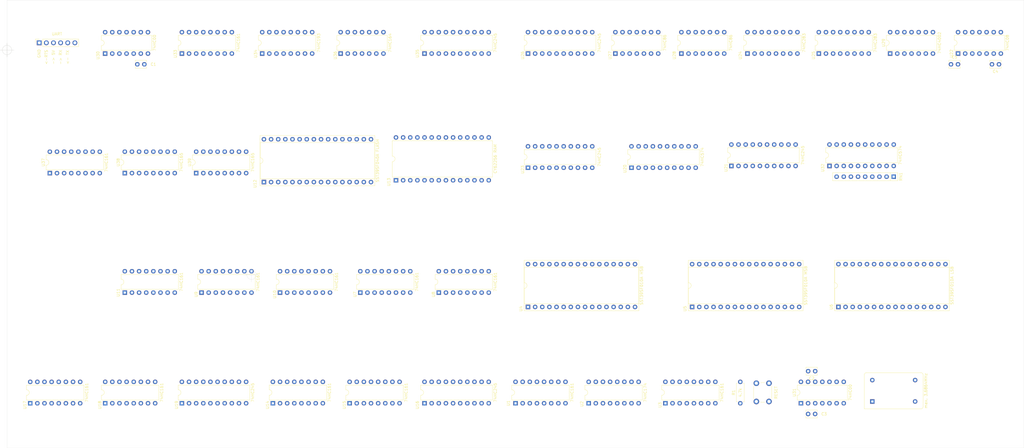
<source format=kicad_pcb>
(kicad_pcb (version 20211014) (generator pcbnew)
  (layers (0 "F.Cu" signal) (31 "B.Cu" signal) (34 "B.Paste" user) (35 "F.Paste" user) (36 "B.SilkS" user "B.Silkscreen") (37 "F.SilkS" user "F.Silkscreen") (38 "B.Mask" user) (39 "F.Mask" user) (44 "Edge.Cuts" user))
  (net 0 "")
  (net 1 "+5V")
  (net 2 "GND")
  (net 3 "/Control Logic/~{TC}")
  (net 4 "/UART Transmitter/TX")
  (net 5 "/UART Receiver/RTS")
  (net 6 "/Memory/M15")
  (net 7 "/ALU/BUS7")
  (net 8 "/ALU/BUS6")
  (net 9 "/ALU/BUS5")
  (net 10 "/ALU/BUS4")
  (net 11 "/ALU/BUS3")
  (net 12 "/ALU/BUS2")
  (net 13 "/ALU/BUS1")
  (net 14 "/ALU/BUS0")
  (net 15 "/ALU/S7")
  (net 16 "/Control Logic/~{AO}")
  (net 17 "/ALU/FLAG_C")
  (net 20 "/Control Logic/~{RO}")
  (net 21 "/Control Logic/TI")
  (net 24 "/Control Logic/AI")
  (net 27 "/Control Logic/BI")
  (net 28 "/ALU/FLAG_Z")
  (net 29 "/ALU/~{EO}")
  (net 30 "/ALU/ES")
  (net 31 "/Memory/M12")
  (net 32 "/Memory/M13")
  (net 33 "/Memory/M14")
  (net 34 "/Memory/M11")
  (net 35 "/Memory/M10")
  (net 36 "/Memory/M9")
  (net 37 "/Memory/M8")
  (net 38 "/Memory/M4")
  (net 39 "/Memory/M5")
  (net 40 "/Memory/M6")
  (net 41 "/Memory/M7")
  (net 42 "/Memory/M3")
  (net 43 "/Memory/M2")
  (net 44 "/Memory/M1")
  (net 45 "/Memory/M0")
  (net 47 "/Control Logic/~{BO}")
  (net 48 "/Control Logic/~{KI}")
  (net 51 "/Control Logic/RI")
  (net 52 "/Control Logic/CE")
  (net 53 "Net-(U7-Pad15)")
  (net 54 "~{RESET}")
  (net 55 "Net-(U8-Pad15)")
  (net 56 "CLOCK")
  (net 57 "/Control Logic/Flag2")
  (net 58 "/Control Logic/Flag1")
  (net 59 "/Control Logic/Flag0")
  (net 60 "/Control Logic/~{TO}")
  (net 61 "/Control Logic/Step0")
  (net 62 "/Control Logic/Inst4")
  (net 63 "/Control Logic/Step1")
  (net 64 "/Control Logic/Inst5")
  (net 65 "/Control Logic/Step2")
  (net 66 "/Control Logic/Step3")
  (net 67 "/Control Logic/Inst0")
  (net 68 "/Control Logic/Inst1")
  (net 69 "/Control Logic/Inst2")
  (net 70 "/Control Logic/Inst3")
  (net 71 "/UART Receiver/RX")
  (net 72 "/Control Logic/~{IC}")
  (net 73 "Net-(U10-Pad10)")
  (net 74 "/Control Logic/BUSY")
  (net 75 "/Memory/BANK0")
  (net 76 "/Memory/BANK1")
  (net 78 "Net-(U12-Pad31)")
  (net 80 "Net-(U14-Pad11)")
  (net 81 "/Memory/BANK2")
  (net 82 "Net-(U14-Pad12)")
  (net 83 "Net-(U14-Pad13)")
  (net 84 "Net-(U14-Pad14)")
  (net 85 "Net-(U14-Pad15)")
  (net 86 "/Memory/BANK3")
  (net 87 "Net-(U15-Pad15)")
  (net 88 "Net-(U15-Pad11)")
  (net 89 "Net-(U15-Pad12)")
  (net 90 "Net-(U15-Pad13)")
  (net 91 "Net-(U15-Pad14)")
  (net 92 "Net-(U17-Pad15)")
  (net 93 "Net-(U17-Pad11)")
  (net 94 "Net-(U17-Pad12)")
  (net 95 "/Control Logic/~{FI}")
  (net 96 "Net-(U17-Pad13)")
  (net 97 "Net-(U17-Pad14)")
  (net 98 "Net-(U25-Pad11)")
  (net 99 "Net-(U18-Pad11)")
  (net 101 "Net-(U18-Pad12)")
  (net 102 "Net-(U18-Pad13)")
  (net 103 "Net-(U18-Pad14)")
  (net 104 "/ALU/EC")
  (net 105 "/ALU/B4")
  (net 106 "/ALU/B5")
  (net 107 "/ALU/B6")
  (net 108 "/ALU/B7")
  (net 109 "/ALU/A7")
  (net 110 "/ALU/A6")
  (net 111 "/ALU/A5")
  (net 112 "/ALU/A4")
  (net 113 "/Control Logic/Flag3")
  (net 114 "/ALU/A3")
  (net 115 "/ALU/A2")
  (net 116 "/ALU/A1")
  (net 117 "/ALU/A0")
  (net 118 "/ALU/B0")
  (net 119 "/ALU/B1")
  (net 120 "/ALU/B2")
  (net 121 "Net-(U22-Pad6)")
  (net 122 "Net-(U24-Pad2)")
  (net 123 "Net-(U30-Pad2)")
  (net 124 "Net-(U24-Pad6)")
  (net 125 "Net-(U22-Pad9)")
  (net 126 "Net-(U24-Pad11)")
  (net 127 "~{CLOCK}")
  (net 128 "Net-(U30-Pad12)")
  (net 129 "Net-(U24-Pad15)")
  (net 130 "/ALU/S1")
  (net 131 "Net-(U25-Pad2)")
  (net 132 "/ALU/S0")
  (net 133 "/Control Logic/~{CIH}")
  (net 134 "Net-(U25-Pad6)")
  (net 135 "/Control Logic/~{COH}")
  (net 136 "Net-(U25-Pad15)")
  (net 137 "Net-(U20-Pad11)")
  (net 138 "/ALU/S3")
  (net 139 "/ALU/S2")
  (net 140 "/ALU/S5")
  (net 141 "Net-(U31-Pad11)")
  (net 143 "/Control Logic/~{CIL}")
  (net 144 "/Control Logic/~{COL}")
  (net 145 "/Control Logic/ME")
  (net 146 "/ALU/S4")
  (net 147 "Net-(U2-Pad9)")
  (net 148 "Net-(U24-Pad9)")
  (net 152 "/Control Logic/~{MIH}")
  (net 153 "/Control Logic/~{MIL}")
  (net 159 "Net-(U38-Pad10)")
  (net 160 "Net-(U35-Pad11)")
  (net 161 "Net-(U35-Pad12)")
  (net 162 "Net-(U35-Pad13)")
  (net 163 "Net-(U35-Pad14)")
  (net 164 "Net-(U35-Pad15)")
  (net 165 "Net-(U35-Pad16)")
  (net 166 "Net-(U35-Pad17)")
  (net 167 "Net-(U35-Pad18)")
  (net 168 "Net-(U37-Pad11)")
  (net 174 "Net-(U30-Pad10)")
  (net 175 "/Control Logic/II")
  (net 176 "Net-(U13-Pad20)")
  (net 177 "/ALU/B3")
  (net 178 "/ALU/S6")
  (net 179 "Net-(U33-Pad11)")
  (net 180 "Net-(U22-Pad10)")
  (footprint "Package_DIP:DIP-16_W7.62mm" (layer "F.Cu") (at 7.635 177.79 90)
    (fp_text reference "U18")
    (fp_text value "74HC161")
  )
  (footprint "Package_DIP:DIP-16_W7.62mm" (layer "F.Cu") (at -19.05 177.8 90)
    (fp_text reference "U17")
    (fp_text value "74HC161")
  )
  (footprint "Package_DIP:DIP-16_W7.62mm" (layer "F.Cu") (at 94.63 177.79 90)
    (fp_text reference "U15")
    (fp_text value "74HC161")
  )
  (footprint "Package_DIP:DIP-16_W7.62mm" (layer "F.Cu") (at 236.235 53.33 90)
    (fp_text reference "U24")
    (fp_text value "74HC283")
  )
  (footprint "Package_DIP:DIP-16_W7.62mm" (layer "F.Cu") (at 261.635 53.33 90)
    (fp_text reference "U25")
    (fp_text value "74HC283")
  )
  (footprint "Package_DIP:DIP-20_W7.62mm" (layer "F.Cu") (at 121.29 177.79 90)
    (fp_text reference "U16")
    (fp_text value "74HC245")
  )
  (footprint "Package_DIP:DIP-20_W7.62mm" (layer "F.Cu") (at 158.12 93.97 90)
    (fp_text reference "U23")
    (fp_text value "74HC245")
  )
  (footprint "Package_DIP:DIP-16_W7.62mm" (layer "F.Cu") (at 67.325 177.79 90)
    (fp_text reference "U14")
    (fp_text value "74HC161")
  )
  (footprint "Package_DIP:DIP-20_W7.62mm" (layer "F.Cu") (at 34.93 177.79 90)
    (fp_text reference "U19")
    (fp_text value "74HC245")
  )
  (footprint "Package_DIP:DIP-28_W15.24mm" (layer "F.Cu") (at 111.135 98.43 90)
    (fp_text reference "U13")
    (fp_text value "CY62256 RAM")
  )
  (footprint "Package_DIP:DIP-20_W7.62mm" (layer "F.Cu") (at 158.12 53.33 90)
    (fp_text reference "U26")
    (fp_text value "74HC245")
  )
  (footprint "Package_DIP:DIP-16_W7.62mm" (layer "F.Cu") (at 41.925 138.42 90)
    (fp_text reference "U9")
    (fp_text value "74HC161")
  )
  (footprint "Package_DIP:DIP-16_W7.62mm" (layer "F.Cu") (at 69.865 138.42 90)
    (fp_text reference "U10")
    (fp_text value "74HC161")
  )
  (footprint "Package_DIP:DIP-20_W7.62mm" (layer "F.Cu") (at 230.51 93.335 90)
    (fp_text reference "U21")
    (fp_text value "74HC245")
  )
  (footprint "Package_DIP:DIP-16_W7.62mm" (layer "F.Cu") (at 98.44 138.42 90)
    (fp_text reference "U7")
    (fp_text value "74HC161")
  )
  (footprint "Package_DIP:DIP-16_W7.62mm" (layer "F.Cu") (at 126.38 138.42 90)
    (fp_text reference "U8")
    (fp_text value "74HC161")
  )
  (footprint "Package_DIP:DIP-16_W7.62mm" (layer "F.Cu") (at 207.025 177.79 90)
    (fp_text reference "U3")
    (fp_text value "74HC161")
  )
  (footprint "Package_DIP:DIP-20_W7.62mm" (layer "F.Cu") (at 121.29 53.33 90)
    (fp_text reference "U35")
    (fp_text value "74HC245")
  )
  (footprint "Package_DIP:DIP-14_W7.62mm" (layer "F.Cu") (at 91.435 53.33 90)
    (fp_text reference "U36")
    (fp_text value "74HC164")
  )
  (footprint "Package_DIP:DIP-14_W7.62mm" (layer "F.Cu") (at 189.225 53.33 90)
    (fp_text reference "U27")
    (fp_text value "74HC86")
  )
  (footprint "Package_DIP:DIP-14_W7.62mm" (layer "F.Cu") (at 212.72 53.33 90)
    (fp_text reference "U28")
    (fp_text value "74HC86")
  )
  (footprint "Connector_PinSocket_2.54mm:PinSocket_1x06_P2.54mm_Vertical" (layer "F.Cu") (at -15.85 49.505 90)
    (fp_text reference "J1" hide)
    (fp_text value "UART")
  )
  (footprint "Package_DIP:DIP-32_W15.24mm_Socket" (layer "F.Cu") (at 64.135 99.065 90)
    (fp_text reference "U12")
    (fp_text value "SST39SF040A FLASH")
  )
  (footprint "Package_DIP:DIP-16_W7.62mm" (layer "F.Cu") (at 40.02 95.875 90)
    (fp_text reference "U39")
    (fp_text value "74HC165")
  )
  (footprint "Package_DIP:DIP-32_W15.24mm_Socket" (layer "F.Cu") (at 268.605 143.515 90)
    (fp_text reference "U6")
    (fp_text value "SST39SF010A LSB")
  )
  (footprint "Package_DIP:DIP-16_W7.62mm" (layer "F.Cu") (at 14.62 95.875 90)
    (fp_text reference "U38")
    (fp_text value "74HC165")
  )
  (footprint "Button_Switch_THT:SW_PUSH_6mm" (layer "F.Cu") (at 239.395 177.165 90)
    (fp_text reference "SW1")
    (fp_text value "RESET")
  )
  (footprint "Package_DIP:DIP-16_W7.62mm" (layer "F.Cu") (at 63.515 53.33 90)
    (fp_text reference "U34")
    (fp_text value "74HC193")
  )
  (footprint "Capacitor_THT:C_Disc_D3.8mm_W2.6mm_P2.50mm" (layer "F.Cu") (at 308.67 57.15)
    (fp_text reference "C5")
    (fp_text value "220-1000pF")
  )
  (footprint "Package_DIP:DIP-16_W7.62mm" (layer "F.Cu") (at 153.685 177.79 90)
    (fp_text reference "U1")
    (fp_text value "74HC161")
  )
  (footprint "Package_DIP:DIP-32_W15.24mm_Socket" (layer "F.Cu") (at 158.115 143.515 90)
    (fp_text reference "U4")
    (fp_text value "SST39SF010A HSB")
  )
  (footprint "Package_DIP:DIP-14_W7.62mm" (layer "F.Cu") (at 7.615 53.34 90)
    (fp_text reference "U30")
    (fp_text value "74HC00")
  )
  (footprint "Package_DIP:DIP-16_W7.62mm" (layer "F.Cu") (at -12.065 95.885 90)
    (fp_text reference "U37")
    (fp_text value "74HC161")
  )
  (footprint "Capacitor_THT:C_Disc_D3.8mm_W2.6mm_P2.50mm" (layer "F.Cu") (at 325.755 57.15 180)
    (fp_text reference "C4")
    (fp_text value "220-1000pF")
  )
  (footprint "Capacitor_THT:C_Disc_D3.8mm_W2.6mm_P2.50mm" (layer "F.Cu") (at 260.31 181.61 180)
    (fp_text reference "C3")
    (fp_text value "220-1000pF")
  )
  (footprint "Resistor_THT:R_Array_SIP9" (layer "F.Cu") (at 288.29 97.155 180)
    (fp_text reference "RN1")
    (fp_text value "470")
  )
  (footprint "Package_DIP:DIP-32_W15.24mm_Socket" (layer "F.Cu") (at 216.535 143.515 90)
    (fp_text reference "U5")
    (fp_text value "SST39SF010A MSB")
  )
  (footprint "Package_DIP:DIP-20_W7.62mm" (layer "F.Cu") (at 265.43 93.335 90)
    (fp_text reference "U32")
    (fp_text value "74HC574")
  )
  (footprint "Capacitor_THT:C_Disc_D3.8mm_W2.6mm_P2.50mm" (layer "F.Cu") (at 21.57 57.15 180)
    (fp_text reference "C1")
    (fp_text value "220-1000pF")
  )
  (footprint "Package_DIP:DIP-16_W7.62mm" (layer "F.Cu") (at 34.94 53.33 90)
    (fp_text reference "U33")
    (fp_text value "74HC161")
  )
  (footprint "Package_DIP:DIP-16_W7.62mm" (layer "F.Cu") (at 179.72 177.79 90)
    (fp_text reference "U2")
    (fp_text value "74HC174")
  )
  (footprint "Oscillator:Oscillator_DIP-14" (layer "F.Cu") (at 280.67 177.165)
    (fp_text reference "X1")
    (fp_text value "max. 3.6864MHz")
  )
  (footprint "Package_DIP:DIP-14_W7.62mm" (layer "F.Cu") (at 311.185 53.33 90)
    (fp_text reference "U22")
    (fp_text value "74HC08")
  )
  (footprint "Capacitor_THT:C_Disc_D3.8mm_W2.6mm_P2.50mm" (layer "F.Cu") (at 260.33 166.37 180)
    (fp_text reference "C2")
    (fp_text value "220-1000pF")
  )
  (footprint "Package_DIP:DIP-16_W7.62mm" (layer "F.Cu") (at 14.62 138.42 90)
    (fp_text reference "U11")
    (fp_text value "74HC161")
  )
  (footprint "Resistor_THT:R_Axial_DIN0207_L6.3mm_D2.5mm_P7.62mm_Horizontal" (layer "F.Cu") (at 233.68 177.8 90)
    (fp_text reference "R1")
    (fp_text value "4.7k")
  )
  (footprint "Package_DIP:DIP-14_W7.62mm" (layer "F.Cu") (at 287.015 53.33 90)
    (fp_text reference "U29")
    (fp_text value "74HC4002")
  )
  (footprint "Package_DIP:DIP-20_W7.62mm" (layer "F.Cu") (at 194.95 93.97 90)
    (fp_text reference "U20")
    (fp_text value "74HC574")
  )
  (footprint "Package_DIP:DIP-14_W7.62mm" (layer "F.Cu") (at 255.265 177.79 90)
    (fp_text reference "U31")
    (fp_text value "74HC00")
  )
  (gr_rect (start -27.305 34.29) (end 334.645 193.675) (layer "Edge.Cuts") (width 0.05) (fill none))
  (gr_text "GND" (at -15.875 53.34 90) (layer "F.SilkS") (effects (font (size 1 1))))
  (gr_text "<- TX" (at -5.715 54.61 90) (layer "F.SilkS") (effects (font (size 1 1))))
  (gr_text "-> RX" (at -8.255 54.61 90) (layer "F.SilkS") (effects (font (size 1 1))))
  (gr_text "<-RTS" (at -13.335 54.61 90) (layer "F.SilkS") (effects (font (size 1 1))))
  (gr_text "-> 5V" (at -10.795 54.61 90) (layer "F.SilkS") (effects (font (size 1 1))))
  (target plus (at -27.305 52.07) (size 5) (width 0.05) (layer "Edge.Cuts"))
  (target plus (at -27.305 52.07) (size 5) (width 0.05) (layer "Edge.Cuts"))
  (target plus (at 59.695 132.07) (size 5) (width 0.05) (layer "Edge.Cuts"))
)
</source>
